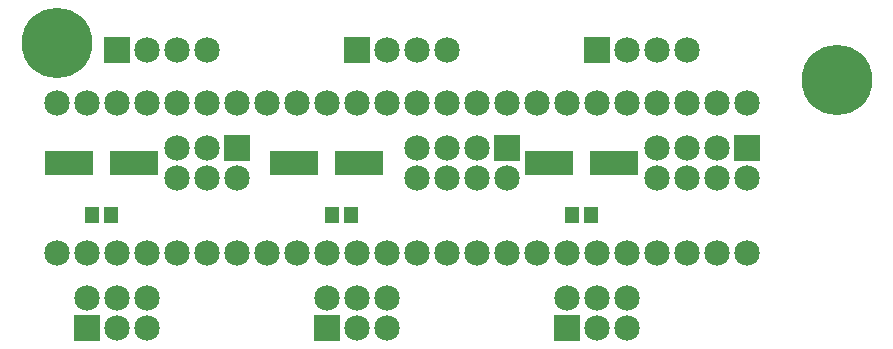
<source format=gts>
G04 (created by PCBNEW (2013-07-07 BZR 4022)-stable) date 5/12/2014 12:12:32 PM*
%MOIN*%
G04 Gerber Fmt 3.4, Leading zero omitted, Abs format*
%FSLAX34Y34*%
G01*
G70*
G90*
G04 APERTURE LIST*
%ADD10C,0.008*%
%ADD11R,0.0511024X0.0566142*%
%ADD12C,0.085*%
%ADD13R,0.085X0.085*%
%ADD14R,0.1617X0.083*%
%ADD15C,0.235*%
G04 APERTURE END LIST*
G54D10*
G54D11*
X47677Y-29250D03*
X48322Y-29250D03*
X39677Y-29250D03*
X40322Y-29250D03*
X31677Y-29250D03*
X32322Y-29250D03*
G54D12*
X46500Y-30500D03*
X47500Y-30500D03*
X48500Y-30500D03*
X49500Y-30500D03*
X50500Y-30500D03*
X51500Y-30500D03*
X52500Y-30500D03*
X53500Y-30500D03*
X53500Y-25500D03*
X52500Y-25500D03*
X51500Y-25500D03*
X50500Y-25500D03*
X49500Y-25500D03*
X48500Y-25500D03*
X47500Y-25500D03*
X46500Y-25500D03*
X38500Y-30500D03*
X39500Y-30500D03*
X40500Y-30500D03*
X41500Y-30500D03*
X42500Y-30500D03*
X43500Y-30500D03*
X44500Y-30500D03*
X45500Y-30500D03*
X45500Y-25500D03*
X44500Y-25500D03*
X43500Y-25500D03*
X42500Y-25500D03*
X41500Y-25500D03*
X40500Y-25500D03*
X39500Y-25500D03*
X38500Y-25500D03*
X30500Y-30500D03*
X31500Y-30500D03*
X32500Y-30500D03*
X33500Y-30500D03*
X34500Y-30500D03*
X35500Y-30500D03*
X36500Y-30500D03*
X37500Y-30500D03*
X37500Y-25500D03*
X36500Y-25500D03*
X35500Y-25500D03*
X34500Y-25500D03*
X33500Y-25500D03*
X32500Y-25500D03*
X31500Y-25500D03*
X30500Y-25500D03*
G54D13*
X47500Y-33000D03*
G54D12*
X47500Y-32000D03*
X48500Y-33000D03*
X48500Y-32000D03*
X49500Y-33000D03*
X49500Y-32000D03*
G54D13*
X39500Y-33000D03*
G54D12*
X39500Y-32000D03*
X40500Y-33000D03*
X40500Y-32000D03*
X41500Y-33000D03*
X41500Y-32000D03*
G54D13*
X31500Y-33000D03*
G54D12*
X31500Y-32000D03*
X32500Y-33000D03*
X32500Y-32000D03*
X33500Y-33000D03*
X33500Y-32000D03*
G54D13*
X48500Y-23750D03*
G54D12*
X49500Y-23750D03*
X50500Y-23750D03*
X51500Y-23750D03*
G54D13*
X40500Y-23750D03*
G54D12*
X41500Y-23750D03*
X42500Y-23750D03*
X43500Y-23750D03*
G54D13*
X32500Y-23750D03*
G54D12*
X33500Y-23750D03*
X34500Y-23750D03*
X35500Y-23750D03*
G54D14*
X46917Y-27500D03*
X49083Y-27500D03*
X38417Y-27500D03*
X40583Y-27500D03*
X30917Y-27500D03*
X33083Y-27500D03*
G54D15*
X30500Y-23500D03*
X56500Y-24750D03*
G54D13*
X53500Y-27000D03*
G54D12*
X53500Y-28000D03*
X52500Y-27000D03*
X52500Y-28000D03*
X51500Y-27000D03*
X51500Y-28000D03*
X50500Y-27000D03*
X50500Y-28000D03*
G54D13*
X45500Y-27000D03*
G54D12*
X45500Y-28000D03*
X44500Y-27000D03*
X44500Y-28000D03*
X43500Y-27000D03*
X43500Y-28000D03*
X42500Y-27000D03*
X42500Y-28000D03*
G54D13*
X36500Y-27000D03*
G54D12*
X36500Y-28000D03*
X35500Y-27000D03*
X35500Y-28000D03*
X34500Y-27000D03*
X34500Y-28000D03*
M02*

</source>
